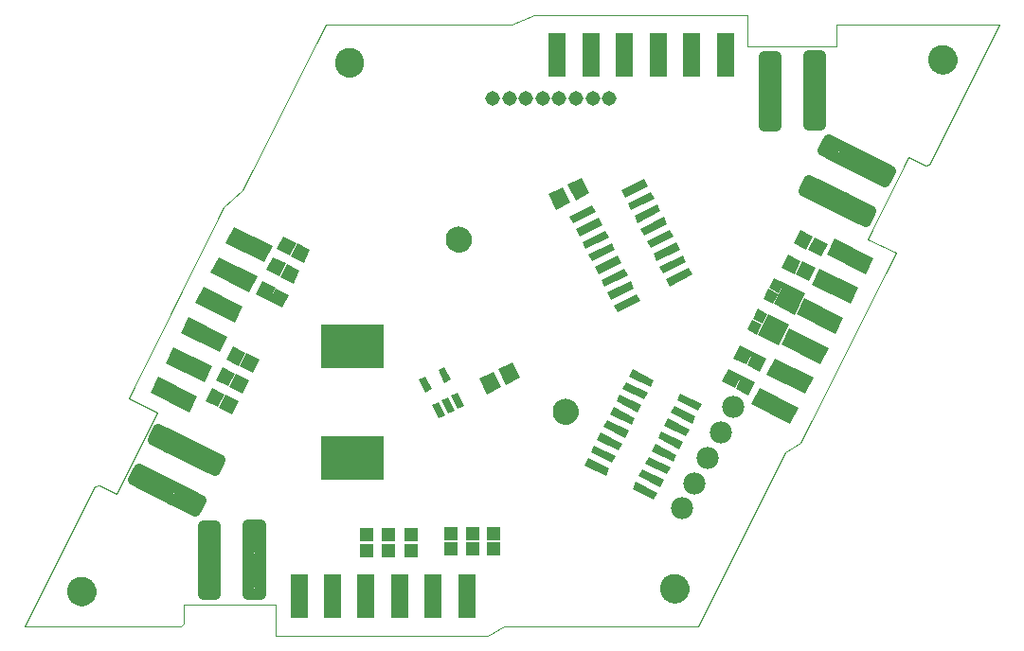
<source format=gbs>
G75*
%MOIN*%
%OFA0B0*%
%FSLAX24Y24*%
%IPPOS*%
%LPD*%
%AMOC8*
5,1,8,0,0,1.08239X$1,22.5*
%
%ADD10C,0.0000*%
%ADD11C,0.1024*%
%ADD12C,0.0906*%
%ADD13R,0.0276X0.0906*%
%ADD14R,0.0257X0.0512*%
%ADD15C,0.0516*%
%ADD16R,0.2205X0.1556*%
%ADD17C,0.0780*%
%ADD18R,0.0631X0.1536*%
%ADD19C,0.0414*%
%ADD20R,0.0552X0.0631*%
%ADD21R,0.0850X0.0280*%
%ADD22R,0.0512X0.0512*%
%ADD23R,0.0394X0.0394*%
%ADD24R,0.0827X0.0827*%
%ADD25R,0.0512X0.0512*%
D10*
X001464Y001214D02*
X006978Y001214D01*
X007083Y001332D01*
X007084Y001992D01*
X010297Y001990D01*
X010291Y000897D01*
X017774Y000897D01*
X018329Y001214D01*
X025175Y001214D01*
X028236Y007336D01*
X028767Y007690D01*
X032134Y014373D01*
X031140Y014865D01*
X032577Y017739D01*
X033167Y017444D01*
X033315Y017483D01*
X035785Y022424D01*
X030024Y022423D01*
X030024Y022424D02*
X030024Y021647D01*
X026911Y021647D01*
X026911Y022739D01*
X019397Y022739D01*
X018610Y022424D01*
X012065Y022424D01*
X009141Y016568D01*
X008482Y015977D01*
X005126Y009265D01*
X006140Y008753D01*
X004703Y005889D01*
X004112Y006184D01*
X003925Y006145D01*
X001464Y001214D01*
X002981Y002453D02*
X002983Y002497D01*
X002989Y002541D01*
X002999Y002584D01*
X003012Y002626D01*
X003030Y002666D01*
X003051Y002705D01*
X003075Y002742D01*
X003102Y002777D01*
X003133Y002809D01*
X003166Y002838D01*
X003202Y002864D01*
X003240Y002886D01*
X003280Y002905D01*
X003321Y002921D01*
X003364Y002933D01*
X003407Y002941D01*
X003451Y002945D01*
X003495Y002945D01*
X003539Y002941D01*
X003582Y002933D01*
X003625Y002921D01*
X003666Y002905D01*
X003706Y002886D01*
X003744Y002864D01*
X003780Y002838D01*
X003813Y002809D01*
X003844Y002777D01*
X003871Y002742D01*
X003895Y002705D01*
X003916Y002666D01*
X003934Y002626D01*
X003947Y002584D01*
X003957Y002541D01*
X003963Y002497D01*
X003965Y002453D01*
X003963Y002409D01*
X003957Y002365D01*
X003947Y002322D01*
X003934Y002280D01*
X003916Y002240D01*
X003895Y002201D01*
X003871Y002164D01*
X003844Y002129D01*
X003813Y002097D01*
X003780Y002068D01*
X003744Y002042D01*
X003706Y002020D01*
X003666Y002001D01*
X003625Y001985D01*
X003582Y001973D01*
X003539Y001965D01*
X003495Y001961D01*
X003451Y001961D01*
X003407Y001965D01*
X003364Y001973D01*
X003321Y001985D01*
X003280Y002001D01*
X003240Y002020D01*
X003202Y002042D01*
X003166Y002068D01*
X003133Y002097D01*
X003102Y002129D01*
X003075Y002164D01*
X003051Y002201D01*
X003030Y002240D01*
X003012Y002280D01*
X002999Y002322D01*
X002989Y002365D01*
X002983Y002409D01*
X002981Y002453D01*
X016313Y014853D02*
X016315Y014894D01*
X016321Y014935D01*
X016331Y014975D01*
X016344Y015014D01*
X016361Y015051D01*
X016382Y015087D01*
X016406Y015121D01*
X016433Y015152D01*
X016462Y015180D01*
X016495Y015206D01*
X016529Y015228D01*
X016566Y015247D01*
X016604Y015262D01*
X016644Y015274D01*
X016684Y015282D01*
X016725Y015286D01*
X016767Y015286D01*
X016808Y015282D01*
X016848Y015274D01*
X016888Y015262D01*
X016926Y015247D01*
X016962Y015228D01*
X016997Y015206D01*
X017030Y015180D01*
X017059Y015152D01*
X017086Y015121D01*
X017110Y015087D01*
X017131Y015051D01*
X017148Y015014D01*
X017161Y014975D01*
X017171Y014935D01*
X017177Y014894D01*
X017179Y014853D01*
X017177Y014812D01*
X017171Y014771D01*
X017161Y014731D01*
X017148Y014692D01*
X017131Y014655D01*
X017110Y014619D01*
X017086Y014585D01*
X017059Y014554D01*
X017030Y014526D01*
X016997Y014500D01*
X016963Y014478D01*
X016926Y014459D01*
X016888Y014444D01*
X016848Y014432D01*
X016808Y014424D01*
X016767Y014420D01*
X016725Y014420D01*
X016684Y014424D01*
X016644Y014432D01*
X016604Y014444D01*
X016566Y014459D01*
X016530Y014478D01*
X016495Y014500D01*
X016462Y014526D01*
X016433Y014554D01*
X016406Y014585D01*
X016382Y014619D01*
X016361Y014655D01*
X016344Y014692D01*
X016331Y014731D01*
X016321Y014771D01*
X016315Y014812D01*
X016313Y014853D01*
X012400Y021079D02*
X012402Y021123D01*
X012408Y021167D01*
X012418Y021210D01*
X012431Y021252D01*
X012449Y021292D01*
X012470Y021331D01*
X012494Y021368D01*
X012521Y021403D01*
X012552Y021435D01*
X012585Y021464D01*
X012621Y021490D01*
X012659Y021512D01*
X012699Y021531D01*
X012740Y021547D01*
X012783Y021559D01*
X012826Y021567D01*
X012870Y021571D01*
X012914Y021571D01*
X012958Y021567D01*
X013001Y021559D01*
X013044Y021547D01*
X013085Y021531D01*
X013125Y021512D01*
X013163Y021490D01*
X013199Y021464D01*
X013232Y021435D01*
X013263Y021403D01*
X013290Y021368D01*
X013314Y021331D01*
X013335Y021292D01*
X013353Y021252D01*
X013366Y021210D01*
X013376Y021167D01*
X013382Y021123D01*
X013384Y021079D01*
X013382Y021035D01*
X013376Y020991D01*
X013366Y020948D01*
X013353Y020906D01*
X013335Y020866D01*
X013314Y020827D01*
X013290Y020790D01*
X013263Y020755D01*
X013232Y020723D01*
X013199Y020694D01*
X013163Y020668D01*
X013125Y020646D01*
X013085Y020627D01*
X013044Y020611D01*
X013001Y020599D01*
X012958Y020591D01*
X012914Y020587D01*
X012870Y020587D01*
X012826Y020591D01*
X012783Y020599D01*
X012740Y020611D01*
X012699Y020627D01*
X012659Y020646D01*
X012621Y020668D01*
X012585Y020694D01*
X012552Y020723D01*
X012521Y020755D01*
X012494Y020790D01*
X012470Y020827D01*
X012449Y020866D01*
X012431Y020906D01*
X012418Y020948D01*
X012408Y020991D01*
X012402Y021035D01*
X012400Y021079D01*
X020065Y008781D02*
X020067Y008822D01*
X020073Y008863D01*
X020083Y008903D01*
X020096Y008942D01*
X020113Y008979D01*
X020134Y009015D01*
X020158Y009049D01*
X020185Y009080D01*
X020214Y009108D01*
X020247Y009134D01*
X020281Y009156D01*
X020318Y009175D01*
X020356Y009190D01*
X020396Y009202D01*
X020436Y009210D01*
X020477Y009214D01*
X020519Y009214D01*
X020560Y009210D01*
X020600Y009202D01*
X020640Y009190D01*
X020678Y009175D01*
X020714Y009156D01*
X020749Y009134D01*
X020782Y009108D01*
X020811Y009080D01*
X020838Y009049D01*
X020862Y009015D01*
X020883Y008979D01*
X020900Y008942D01*
X020913Y008903D01*
X020923Y008863D01*
X020929Y008822D01*
X020931Y008781D01*
X020929Y008740D01*
X020923Y008699D01*
X020913Y008659D01*
X020900Y008620D01*
X020883Y008583D01*
X020862Y008547D01*
X020838Y008513D01*
X020811Y008482D01*
X020782Y008454D01*
X020749Y008428D01*
X020715Y008406D01*
X020678Y008387D01*
X020640Y008372D01*
X020600Y008360D01*
X020560Y008352D01*
X020519Y008348D01*
X020477Y008348D01*
X020436Y008352D01*
X020396Y008360D01*
X020356Y008372D01*
X020318Y008387D01*
X020282Y008406D01*
X020247Y008428D01*
X020214Y008454D01*
X020185Y008482D01*
X020158Y008513D01*
X020134Y008547D01*
X020113Y008583D01*
X020096Y008620D01*
X020083Y008659D01*
X020073Y008699D01*
X020067Y008740D01*
X020065Y008781D01*
X023850Y002550D02*
X023852Y002594D01*
X023858Y002638D01*
X023868Y002681D01*
X023881Y002723D01*
X023899Y002763D01*
X023920Y002802D01*
X023944Y002839D01*
X023971Y002874D01*
X024002Y002906D01*
X024035Y002935D01*
X024071Y002961D01*
X024109Y002983D01*
X024149Y003002D01*
X024190Y003018D01*
X024233Y003030D01*
X024276Y003038D01*
X024320Y003042D01*
X024364Y003042D01*
X024408Y003038D01*
X024451Y003030D01*
X024494Y003018D01*
X024535Y003002D01*
X024575Y002983D01*
X024613Y002961D01*
X024649Y002935D01*
X024682Y002906D01*
X024713Y002874D01*
X024740Y002839D01*
X024764Y002802D01*
X024785Y002763D01*
X024803Y002723D01*
X024816Y002681D01*
X024826Y002638D01*
X024832Y002594D01*
X024834Y002550D01*
X024832Y002506D01*
X024826Y002462D01*
X024816Y002419D01*
X024803Y002377D01*
X024785Y002337D01*
X024764Y002298D01*
X024740Y002261D01*
X024713Y002226D01*
X024682Y002194D01*
X024649Y002165D01*
X024613Y002139D01*
X024575Y002117D01*
X024535Y002098D01*
X024494Y002082D01*
X024451Y002070D01*
X024408Y002062D01*
X024364Y002058D01*
X024320Y002058D01*
X024276Y002062D01*
X024233Y002070D01*
X024190Y002082D01*
X024149Y002098D01*
X024109Y002117D01*
X024071Y002139D01*
X024035Y002165D01*
X024002Y002194D01*
X023971Y002226D01*
X023944Y002261D01*
X023920Y002298D01*
X023899Y002337D01*
X023881Y002377D01*
X023868Y002419D01*
X023858Y002462D01*
X023852Y002506D01*
X023850Y002550D01*
X033280Y021185D02*
X033282Y021229D01*
X033288Y021273D01*
X033298Y021316D01*
X033311Y021358D01*
X033329Y021398D01*
X033350Y021437D01*
X033374Y021474D01*
X033401Y021509D01*
X033432Y021541D01*
X033465Y021570D01*
X033501Y021596D01*
X033539Y021618D01*
X033579Y021637D01*
X033620Y021653D01*
X033663Y021665D01*
X033706Y021673D01*
X033750Y021677D01*
X033794Y021677D01*
X033838Y021673D01*
X033881Y021665D01*
X033924Y021653D01*
X033965Y021637D01*
X034005Y021618D01*
X034043Y021596D01*
X034079Y021570D01*
X034112Y021541D01*
X034143Y021509D01*
X034170Y021474D01*
X034194Y021437D01*
X034215Y021398D01*
X034233Y021358D01*
X034246Y021316D01*
X034256Y021273D01*
X034262Y021229D01*
X034264Y021185D01*
X034262Y021141D01*
X034256Y021097D01*
X034246Y021054D01*
X034233Y021012D01*
X034215Y020972D01*
X034194Y020933D01*
X034170Y020896D01*
X034143Y020861D01*
X034112Y020829D01*
X034079Y020800D01*
X034043Y020774D01*
X034005Y020752D01*
X033965Y020733D01*
X033924Y020717D01*
X033881Y020705D01*
X033838Y020697D01*
X033794Y020693D01*
X033750Y020693D01*
X033706Y020697D01*
X033663Y020705D01*
X033620Y020717D01*
X033579Y020733D01*
X033539Y020752D01*
X033501Y020774D01*
X033465Y020800D01*
X033432Y020829D01*
X033401Y020861D01*
X033374Y020896D01*
X033350Y020933D01*
X033329Y020972D01*
X033311Y021012D01*
X033298Y021054D01*
X033288Y021097D01*
X033282Y021141D01*
X033280Y021185D01*
D11*
X033772Y021185D03*
X012892Y021079D03*
X024342Y002550D03*
X003473Y002453D03*
D12*
X020498Y008781D03*
X016746Y014853D03*
D13*
G36*
X020767Y015409D02*
X020644Y015656D01*
X021453Y016061D01*
X021576Y015814D01*
X020767Y015409D01*
G37*
G36*
X020991Y014962D02*
X020868Y015209D01*
X021677Y015614D01*
X021800Y015367D01*
X020991Y014962D01*
G37*
G36*
X021215Y014515D02*
X021092Y014762D01*
X021901Y015167D01*
X022024Y014920D01*
X021215Y014515D01*
G37*
G36*
X021439Y014068D02*
X021316Y014315D01*
X022125Y014720D01*
X022248Y014473D01*
X021439Y014068D01*
G37*
G36*
X021663Y013621D02*
X021540Y013868D01*
X022349Y014273D01*
X022472Y014026D01*
X021663Y013621D01*
G37*
G36*
X021887Y013174D02*
X021764Y013421D01*
X022573Y013826D01*
X022696Y013579D01*
X021887Y013174D01*
G37*
G36*
X022111Y012727D02*
X021988Y012974D01*
X022797Y013379D01*
X022920Y013132D01*
X022111Y012727D01*
G37*
G36*
X022335Y012280D02*
X022212Y012527D01*
X023021Y012932D01*
X023144Y012685D01*
X022335Y012280D01*
G37*
G36*
X024165Y013196D02*
X024042Y013443D01*
X024851Y013848D01*
X024974Y013601D01*
X024165Y013196D01*
G37*
G36*
X023941Y013643D02*
X023818Y013890D01*
X024627Y014295D01*
X024750Y014048D01*
X023941Y013643D01*
G37*
G36*
X023717Y014090D02*
X023594Y014337D01*
X024403Y014742D01*
X024526Y014495D01*
X023717Y014090D01*
G37*
G36*
X023494Y014538D02*
X023371Y014785D01*
X024180Y015190D01*
X024303Y014943D01*
X023494Y014538D01*
G37*
G36*
X023270Y014985D02*
X023147Y015232D01*
X023956Y015637D01*
X024079Y015390D01*
X023270Y014985D01*
G37*
G36*
X023046Y015432D02*
X022923Y015679D01*
X023732Y016084D01*
X023855Y015837D01*
X023046Y015432D01*
G37*
G36*
X022822Y015879D02*
X022699Y016126D01*
X023508Y016531D01*
X023631Y016284D01*
X022822Y015879D01*
G37*
G36*
X022598Y016326D02*
X022475Y016573D01*
X023284Y016978D01*
X023407Y016731D01*
X022598Y016326D01*
G37*
D14*
G36*
X016023Y010251D02*
X016252Y010366D01*
X016481Y009909D01*
X016252Y009794D01*
X016023Y010251D01*
G37*
G36*
X015355Y009916D02*
X015584Y010031D01*
X015813Y009574D01*
X015584Y009459D01*
X015355Y009916D01*
G37*
G36*
X015813Y009001D02*
X016042Y009116D01*
X016271Y008659D01*
X016042Y008544D01*
X015813Y009001D01*
G37*
G36*
X016147Y009168D02*
X016376Y009283D01*
X016605Y008826D01*
X016376Y008711D01*
X016147Y009168D01*
G37*
G36*
X016482Y009336D02*
X016711Y009451D01*
X016940Y008994D01*
X016711Y008879D01*
X016482Y009336D01*
G37*
D15*
X017935Y019831D03*
X018525Y019831D03*
X019116Y019831D03*
X019706Y019831D03*
X020277Y019831D03*
X020868Y019831D03*
X021458Y019831D03*
X022049Y019831D03*
D16*
X013016Y011074D03*
X013016Y007157D03*
D17*
X024601Y005374D03*
X025055Y006265D03*
X025509Y007156D03*
X025963Y008047D03*
X026417Y008938D03*
D18*
G36*
X028702Y008914D02*
X028420Y008351D01*
X027048Y009038D01*
X027330Y009601D01*
X028702Y008914D01*
G37*
G36*
X029231Y009971D02*
X028949Y009408D01*
X027577Y010095D01*
X027859Y010658D01*
X029231Y009971D01*
G37*
G36*
X029760Y011027D02*
X029478Y010464D01*
X028106Y011151D01*
X028388Y011714D01*
X029760Y011027D01*
G37*
G36*
X030289Y012083D02*
X030007Y011520D01*
X028635Y012207D01*
X028917Y012770D01*
X030289Y012083D01*
G37*
G36*
X030818Y013139D02*
X030536Y012576D01*
X029164Y013263D01*
X029446Y013826D01*
X030818Y013139D01*
G37*
G36*
X031347Y014195D02*
X031065Y013632D01*
X029693Y014319D01*
X029975Y014882D01*
X031347Y014195D01*
G37*
X026123Y021364D03*
X024942Y021364D03*
X023761Y021364D03*
X022580Y021364D03*
X021399Y021364D03*
X020218Y021364D03*
G36*
X008543Y014725D02*
X008825Y015288D01*
X010197Y014601D01*
X009915Y014038D01*
X008543Y014725D01*
G37*
G36*
X008014Y013668D02*
X008296Y014231D01*
X009668Y013544D01*
X009386Y012981D01*
X008014Y013668D01*
G37*
G36*
X007485Y012612D02*
X007767Y013175D01*
X009139Y012488D01*
X008857Y011925D01*
X007485Y012612D01*
G37*
G36*
X006956Y011556D02*
X007238Y012119D01*
X008610Y011432D01*
X008328Y010869D01*
X006956Y011556D01*
G37*
G36*
X006428Y010500D02*
X006710Y011063D01*
X008082Y010376D01*
X007800Y009813D01*
X006428Y010500D01*
G37*
G36*
X005899Y009444D02*
X006181Y010007D01*
X007553Y009320D01*
X007271Y008757D01*
X005899Y009444D01*
G37*
X011126Y002277D03*
X012307Y002277D03*
X013488Y002277D03*
X014669Y002277D03*
X015850Y002277D03*
X017032Y002277D03*
D19*
X009344Y002356D02*
X009344Y004776D01*
X009756Y004776D01*
X009756Y002356D01*
X009344Y002356D01*
X009344Y002769D02*
X009756Y002769D01*
X009756Y003182D02*
X009344Y003182D01*
X009344Y003595D02*
X009756Y003595D01*
X009756Y004008D02*
X009344Y004008D01*
X009344Y004421D02*
X009756Y004421D01*
X007769Y004756D02*
X007769Y002336D01*
X007769Y004756D02*
X008181Y004756D01*
X008181Y002336D01*
X007769Y002336D01*
X007769Y002749D02*
X008181Y002749D01*
X008181Y003162D02*
X007769Y003162D01*
X007769Y003575D02*
X008181Y003575D01*
X008181Y003988D02*
X007769Y003988D01*
X007769Y004401D02*
X008181Y004401D01*
X007664Y005655D02*
X005501Y006737D01*
X007664Y005655D02*
X007479Y005287D01*
X005316Y006369D01*
X005501Y006737D01*
X006653Y005700D02*
X007574Y005700D01*
X006748Y006113D02*
X005828Y006113D01*
X005923Y006526D02*
X005395Y006526D01*
X006188Y008154D02*
X008351Y007072D01*
X008166Y006704D01*
X006003Y007786D01*
X006188Y008154D01*
X007340Y007117D02*
X008261Y007117D01*
X007435Y007530D02*
X006515Y007530D01*
X006610Y007943D02*
X006082Y007943D01*
X027908Y018863D02*
X027908Y021283D01*
X027908Y018863D02*
X027496Y018863D01*
X027496Y021283D01*
X027908Y021283D01*
X027908Y019276D02*
X027496Y019276D01*
X027496Y019689D02*
X027908Y019689D01*
X027908Y020102D02*
X027496Y020102D01*
X027496Y020515D02*
X027908Y020515D01*
X027908Y020928D02*
X027496Y020928D01*
X029482Y021303D02*
X029482Y018883D01*
X029070Y018883D01*
X029070Y021303D01*
X029482Y021303D01*
X029482Y019296D02*
X029070Y019296D01*
X029070Y019709D02*
X029482Y019709D01*
X029482Y020122D02*
X029070Y020122D01*
X029070Y020535D02*
X029482Y020535D01*
X029482Y020948D02*
X029070Y020948D01*
X029582Y017978D02*
X031745Y016896D01*
X029582Y017978D02*
X029767Y018346D01*
X031930Y017264D01*
X031745Y016896D01*
X031840Y017309D02*
X030919Y017309D01*
X031014Y017722D02*
X030094Y017722D01*
X030189Y018135D02*
X029661Y018135D01*
X028894Y016561D02*
X031057Y015479D01*
X028894Y016561D02*
X029079Y016929D01*
X031242Y015847D01*
X031057Y015479D01*
X031152Y015892D02*
X030231Y015892D01*
X030326Y016305D02*
X029406Y016305D01*
X029501Y016718D02*
X028973Y016718D01*
D20*
G36*
X020576Y016787D02*
X021068Y017034D01*
X021350Y016471D01*
X020858Y016224D01*
X020576Y016787D01*
G37*
G36*
X019907Y016452D02*
X020399Y016699D01*
X020681Y016136D01*
X020189Y015889D01*
X019907Y016452D01*
G37*
G36*
X018907Y009970D02*
X018415Y009723D01*
X018133Y010286D01*
X018625Y010533D01*
X018907Y009970D01*
G37*
G36*
X018238Y009635D02*
X017746Y009388D01*
X017464Y009951D01*
X017956Y010198D01*
X018238Y009635D01*
G37*
D21*
G36*
X021744Y008045D02*
X022503Y007665D01*
X022378Y007415D01*
X021619Y007795D01*
X021744Y008045D01*
G37*
G36*
X021968Y008492D02*
X022727Y008112D01*
X022602Y007862D01*
X021843Y008242D01*
X021968Y008492D01*
G37*
G36*
X022192Y008939D02*
X022951Y008559D01*
X022826Y008309D01*
X022067Y008689D01*
X022192Y008939D01*
G37*
G36*
X022415Y009386D02*
X023174Y009006D01*
X023049Y008756D01*
X022290Y009136D01*
X022415Y009386D01*
G37*
G36*
X022639Y009833D02*
X023398Y009453D01*
X023273Y009203D01*
X022514Y009583D01*
X022639Y009833D01*
G37*
G36*
X022863Y010280D02*
X023622Y009900D01*
X023497Y009650D01*
X022738Y010030D01*
X022863Y010280D01*
G37*
G36*
X024553Y009434D02*
X025312Y009054D01*
X025187Y008804D01*
X024428Y009184D01*
X024553Y009434D01*
G37*
G36*
X024329Y008987D02*
X025088Y008607D01*
X024963Y008357D01*
X024204Y008737D01*
X024329Y008987D01*
G37*
G36*
X024105Y008540D02*
X024864Y008160D01*
X024739Y007910D01*
X023980Y008290D01*
X024105Y008540D01*
G37*
G36*
X023882Y008092D02*
X024641Y007712D01*
X024516Y007462D01*
X023757Y007842D01*
X023882Y008092D01*
G37*
G36*
X023658Y007645D02*
X024417Y007265D01*
X024292Y007015D01*
X023533Y007395D01*
X023658Y007645D01*
G37*
G36*
X023434Y007198D02*
X024193Y006818D01*
X024068Y006568D01*
X023309Y006948D01*
X023434Y007198D01*
G37*
G36*
X023210Y006751D02*
X023969Y006371D01*
X023844Y006121D01*
X023085Y006501D01*
X023210Y006751D01*
G37*
G36*
X022986Y006304D02*
X023745Y005924D01*
X023620Y005674D01*
X022861Y006054D01*
X022986Y006304D01*
G37*
G36*
X021296Y007150D02*
X022055Y006770D01*
X021930Y006520D01*
X021171Y006900D01*
X021296Y007150D01*
G37*
G36*
X021520Y007598D02*
X022279Y007218D01*
X022154Y006968D01*
X021395Y007348D01*
X021520Y007598D01*
G37*
D22*
G36*
X026475Y009607D02*
X026018Y009836D01*
X026247Y010293D01*
X026704Y010064D01*
X026475Y009607D01*
G37*
G36*
X026950Y009355D02*
X026493Y009584D01*
X026722Y010041D01*
X027179Y009812D01*
X026950Y009355D01*
G37*
G36*
X027350Y010186D02*
X026893Y010415D01*
X027122Y010872D01*
X027579Y010643D01*
X027350Y010186D01*
G37*
G36*
X026874Y010438D02*
X026417Y010667D01*
X026646Y011124D01*
X027103Y010895D01*
X026874Y010438D01*
G37*
G36*
X029077Y013388D02*
X028620Y013617D01*
X028849Y014074D01*
X029306Y013845D01*
X029077Y013388D01*
G37*
G36*
X028560Y013628D02*
X028103Y013857D01*
X028332Y014314D01*
X028789Y014085D01*
X028560Y013628D01*
G37*
G36*
X029500Y014241D02*
X029043Y014470D01*
X029272Y014927D01*
X029729Y014698D01*
X029500Y014241D01*
G37*
G36*
X028985Y014493D02*
X028528Y014722D01*
X028757Y015179D01*
X029214Y014950D01*
X028985Y014493D01*
G37*
G36*
X011063Y014711D02*
X011520Y014482D01*
X011291Y014025D01*
X010834Y014254D01*
X011063Y014711D01*
G37*
G36*
X010576Y014959D02*
X011033Y014730D01*
X010804Y014273D01*
X010347Y014502D01*
X010576Y014959D01*
G37*
G36*
X010211Y014230D02*
X010668Y014001D01*
X010439Y013544D01*
X009982Y013773D01*
X010211Y014230D01*
G37*
G36*
X010698Y013981D02*
X011155Y013752D01*
X010926Y013295D01*
X010469Y013524D01*
X010698Y013981D01*
G37*
G36*
X009845Y013375D02*
X010302Y013146D01*
X010073Y012689D01*
X009616Y012918D01*
X009845Y013375D01*
G37*
G36*
X010316Y013127D02*
X010773Y012898D01*
X010544Y012441D01*
X010087Y012670D01*
X010316Y013127D01*
G37*
G36*
X008792Y011083D02*
X009249Y010854D01*
X009020Y010397D01*
X008563Y010626D01*
X008792Y011083D01*
G37*
G36*
X009279Y010835D02*
X009736Y010606D01*
X009507Y010149D01*
X009050Y010378D01*
X009279Y010835D01*
G37*
G36*
X008913Y010106D02*
X009370Y009877D01*
X009141Y009420D01*
X008684Y009649D01*
X008913Y010106D01*
G37*
G36*
X008426Y010354D02*
X008883Y010125D01*
X008654Y009668D01*
X008197Y009897D01*
X008426Y010354D01*
G37*
G36*
X008061Y009624D02*
X008518Y009395D01*
X008289Y008938D01*
X007832Y009167D01*
X008061Y009624D01*
G37*
G36*
X008547Y009376D02*
X009004Y009147D01*
X008775Y008690D01*
X008318Y008919D01*
X008547Y009376D01*
G37*
D23*
G36*
X027245Y011492D02*
X026894Y011669D01*
X027071Y012020D01*
X027422Y011843D01*
X027245Y011492D01*
G37*
G36*
X027445Y011882D02*
X027094Y012059D01*
X027271Y012410D01*
X027622Y012233D01*
X027445Y011882D01*
G37*
G36*
X027815Y012577D02*
X027464Y012754D01*
X027641Y013105D01*
X027992Y012928D01*
X027815Y012577D01*
G37*
G36*
X028013Y012964D02*
X027662Y013141D01*
X027839Y013492D01*
X028190Y013315D01*
X028013Y012964D01*
G37*
D24*
G36*
X028584Y012198D02*
X027846Y012568D01*
X028216Y013306D01*
X028954Y012936D01*
X028584Y012198D01*
G37*
G36*
X028013Y011118D02*
X027275Y011488D01*
X027645Y012226D01*
X028383Y011856D01*
X028013Y011118D01*
G37*
D25*
X017974Y004490D03*
X017974Y003947D03*
X017224Y003947D03*
X017224Y004490D03*
X016474Y004490D03*
X016474Y003947D03*
X015078Y003895D03*
X015078Y004441D03*
X014266Y004441D03*
X013516Y004441D03*
X013516Y003895D03*
X014266Y003895D03*
M02*

</source>
